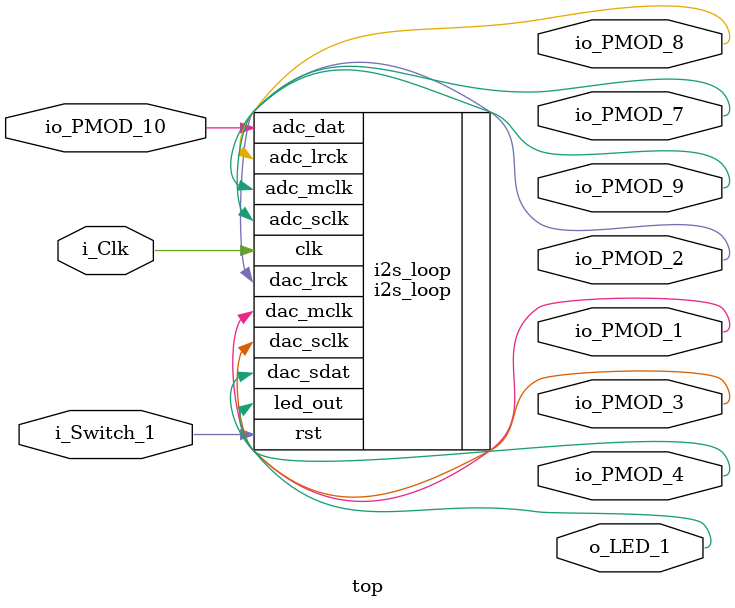
<source format=v>
`default_nettype none

/*
*   1: dac mclk
*   2: dac lrck
*   3: dac sclk
*   4: dac dat
*   
*   7: adc mclk
*   8: adc lrck
*   9: adc sclk
*   10:adc dat
*/



module top (
    //clk
    input wire i_Clk,
    input wire i_Switch_1,
    output wire o_LED_1,
    //dac signals
    output wire io_PMOD_1,
    output wire io_PMOD_2,
    output wire io_PMOD_3,
    output wire io_PMOD_4,
    //adc signals
    output wire io_PMOD_7,
    output wire io_PMOD_8,
    output wire io_PMOD_9,
    input  wire io_PMOD_10
);


i2s_loop #(
    .CLK_FREQ(25_000_000),
    .MCLK_DEC(1),         //2**MCLK_DEC decimation factor of mclk
    .LRCK_DEC(8),         //2**LRCK_DEC decimation factor of lrck
    .SCLK_DEC(2)          //2**SCLK_DEC decimation factor of sclk
)i2s_loop (
    .clk(i_Clk),
    .rst(i_Switch_1),
    .led_out(o_LED_1),
    //physical interfaces
    .dac_mclk(io_PMOD_1),
    .dac_lrck(io_PMOD_2),
    .dac_sclk(io_PMOD_3),
    .dac_sdat(io_PMOD_4),

    .adc_mclk(io_PMOD_7),
    .adc_lrck(io_PMOD_8),
    .adc_sclk(io_PMOD_9),
    .adc_dat(io_PMOD_10) 
);





endmodule

</source>
